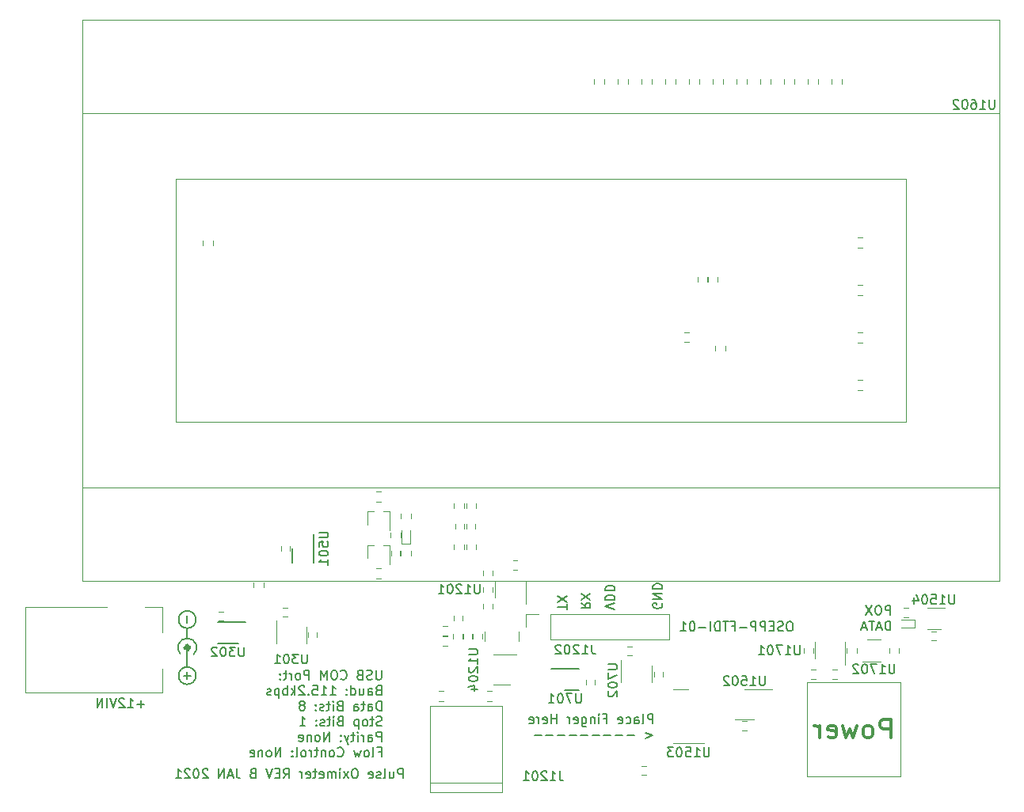
<source format=gbr>
G04 #@! TF.GenerationSoftware,KiCad,Pcbnew,(5.1.8)-1*
G04 #@! TF.CreationDate,2021-01-22T21:00:44-06:00*
G04 #@! TF.ProjectId,Pulse_Oximeter,50756c73-655f-44f7-9869-6d657465722e,rev?*
G04 #@! TF.SameCoordinates,Original*
G04 #@! TF.FileFunction,Legend,Bot*
G04 #@! TF.FilePolarity,Positive*
%FSLAX46Y46*%
G04 Gerber Fmt 4.6, Leading zero omitted, Abs format (unit mm)*
G04 Created by KiCad (PCBNEW (5.1.8)-1) date 2021-01-22 21:00:44*
%MOMM*%
%LPD*%
G01*
G04 APERTURE LIST*
%ADD10C,0.150000*%
%ADD11C,0.300000*%
%ADD12C,0.120000*%
%ADD13C,0.500000*%
G04 APERTURE END LIST*
D10*
X171688880Y-123404380D02*
X171498404Y-123404380D01*
X171403166Y-123452000D01*
X171307928Y-123547238D01*
X171260309Y-123737714D01*
X171260309Y-124071047D01*
X171307928Y-124261523D01*
X171403166Y-124356761D01*
X171498404Y-124404380D01*
X171688880Y-124404380D01*
X171784119Y-124356761D01*
X171879357Y-124261523D01*
X171926976Y-124071047D01*
X171926976Y-123737714D01*
X171879357Y-123547238D01*
X171784119Y-123452000D01*
X171688880Y-123404380D01*
X170879357Y-124356761D02*
X170736500Y-124404380D01*
X170498404Y-124404380D01*
X170403166Y-124356761D01*
X170355547Y-124309142D01*
X170307928Y-124213904D01*
X170307928Y-124118666D01*
X170355547Y-124023428D01*
X170403166Y-123975809D01*
X170498404Y-123928190D01*
X170688880Y-123880571D01*
X170784119Y-123832952D01*
X170831738Y-123785333D01*
X170879357Y-123690095D01*
X170879357Y-123594857D01*
X170831738Y-123499619D01*
X170784119Y-123452000D01*
X170688880Y-123404380D01*
X170450785Y-123404380D01*
X170307928Y-123452000D01*
X169879357Y-123880571D02*
X169546023Y-123880571D01*
X169403166Y-124404380D02*
X169879357Y-124404380D01*
X169879357Y-123404380D01*
X169403166Y-123404380D01*
X168974595Y-124404380D02*
X168974595Y-123404380D01*
X168593642Y-123404380D01*
X168498404Y-123452000D01*
X168450785Y-123499619D01*
X168403166Y-123594857D01*
X168403166Y-123737714D01*
X168450785Y-123832952D01*
X168498404Y-123880571D01*
X168593642Y-123928190D01*
X168974595Y-123928190D01*
X167974595Y-124404380D02*
X167974595Y-123404380D01*
X167593642Y-123404380D01*
X167498404Y-123452000D01*
X167450785Y-123499619D01*
X167403166Y-123594857D01*
X167403166Y-123737714D01*
X167450785Y-123832952D01*
X167498404Y-123880571D01*
X167593642Y-123928190D01*
X167974595Y-123928190D01*
X166974595Y-124023428D02*
X166212690Y-124023428D01*
X165403166Y-123880571D02*
X165736500Y-123880571D01*
X165736500Y-124404380D02*
X165736500Y-123404380D01*
X165260309Y-123404380D01*
X165022214Y-123404380D02*
X164450785Y-123404380D01*
X164736500Y-124404380D02*
X164736500Y-123404380D01*
X164117452Y-124404380D02*
X164117452Y-123404380D01*
X163879357Y-123404380D01*
X163736500Y-123452000D01*
X163641261Y-123547238D01*
X163593642Y-123642476D01*
X163546023Y-123832952D01*
X163546023Y-123975809D01*
X163593642Y-124166285D01*
X163641261Y-124261523D01*
X163736500Y-124356761D01*
X163879357Y-124404380D01*
X164117452Y-124404380D01*
X163117452Y-124404380D02*
X163117452Y-123404380D01*
X162641261Y-124023428D02*
X161879357Y-124023428D01*
X161212690Y-123404380D02*
X161117452Y-123404380D01*
X161022214Y-123452000D01*
X160974595Y-123499619D01*
X160926976Y-123594857D01*
X160879357Y-123785333D01*
X160879357Y-124023428D01*
X160926976Y-124213904D01*
X160974595Y-124309142D01*
X161022214Y-124356761D01*
X161117452Y-124404380D01*
X161212690Y-124404380D01*
X161307928Y-124356761D01*
X161355547Y-124309142D01*
X161403166Y-124213904D01*
X161450785Y-124023428D01*
X161450785Y-123785333D01*
X161403166Y-123594857D01*
X161355547Y-123499619D01*
X161307928Y-123452000D01*
X161212690Y-123404380D01*
X159926976Y-124404380D02*
X160498404Y-124404380D01*
X160212690Y-124404380D02*
X160212690Y-123404380D01*
X160307928Y-123547238D01*
X160403166Y-123642476D01*
X160498404Y-123690095D01*
X157916500Y-121441595D02*
X157964119Y-121536833D01*
X157964119Y-121679690D01*
X157916500Y-121822547D01*
X157821261Y-121917785D01*
X157726023Y-121965404D01*
X157535547Y-122013023D01*
X157392690Y-122013023D01*
X157202214Y-121965404D01*
X157106976Y-121917785D01*
X157011738Y-121822547D01*
X156964119Y-121679690D01*
X156964119Y-121584452D01*
X157011738Y-121441595D01*
X157059357Y-121393976D01*
X157392690Y-121393976D01*
X157392690Y-121584452D01*
X156964119Y-120965404D02*
X157964119Y-120965404D01*
X156964119Y-120393976D01*
X157964119Y-120393976D01*
X156964119Y-119917785D02*
X157964119Y-119917785D01*
X157964119Y-119679690D01*
X157916500Y-119536833D01*
X157821261Y-119441595D01*
X157726023Y-119393976D01*
X157535547Y-119346357D01*
X157392690Y-119346357D01*
X157202214Y-119393976D01*
X157106976Y-119441595D01*
X157011738Y-119536833D01*
X156964119Y-119679690D01*
X156964119Y-119917785D01*
X152884119Y-122108261D02*
X151884119Y-121774928D01*
X152884119Y-121441595D01*
X151884119Y-121108261D02*
X152884119Y-121108261D01*
X152884119Y-120870166D01*
X152836500Y-120727309D01*
X152741261Y-120632071D01*
X152646023Y-120584452D01*
X152455547Y-120536833D01*
X152312690Y-120536833D01*
X152122214Y-120584452D01*
X152026976Y-120632071D01*
X151931738Y-120727309D01*
X151884119Y-120870166D01*
X151884119Y-121108261D01*
X151884119Y-120108261D02*
X152884119Y-120108261D01*
X152884119Y-119870166D01*
X152836500Y-119727309D01*
X152741261Y-119632071D01*
X152646023Y-119584452D01*
X152455547Y-119536833D01*
X152312690Y-119536833D01*
X152122214Y-119584452D01*
X152026976Y-119632071D01*
X151931738Y-119727309D01*
X151884119Y-119870166D01*
X151884119Y-120108261D01*
X149280619Y-121393976D02*
X149756809Y-121727309D01*
X149280619Y-121965404D02*
X150280619Y-121965404D01*
X150280619Y-121584452D01*
X150233000Y-121489214D01*
X150185380Y-121441595D01*
X150090142Y-121393976D01*
X149947285Y-121393976D01*
X149852047Y-121441595D01*
X149804428Y-121489214D01*
X149756809Y-121584452D01*
X149756809Y-121965404D01*
X150280619Y-121060642D02*
X149280619Y-120393976D01*
X150280619Y-120393976D02*
X149280619Y-121060642D01*
X147804119Y-122108261D02*
X147804119Y-121536833D01*
X146804119Y-121822547D02*
X147804119Y-121822547D01*
X147804119Y-121298738D02*
X146804119Y-120632071D01*
X147804119Y-120632071D02*
X146804119Y-121298738D01*
X156953904Y-134310880D02*
X156953904Y-133310880D01*
X156572952Y-133310880D01*
X156477714Y-133358500D01*
X156430095Y-133406119D01*
X156382476Y-133501357D01*
X156382476Y-133644214D01*
X156430095Y-133739452D01*
X156477714Y-133787071D01*
X156572952Y-133834690D01*
X156953904Y-133834690D01*
X155811047Y-134310880D02*
X155906285Y-134263261D01*
X155953904Y-134168023D01*
X155953904Y-133310880D01*
X155001523Y-134310880D02*
X155001523Y-133787071D01*
X155049142Y-133691833D01*
X155144380Y-133644214D01*
X155334857Y-133644214D01*
X155430095Y-133691833D01*
X155001523Y-134263261D02*
X155096761Y-134310880D01*
X155334857Y-134310880D01*
X155430095Y-134263261D01*
X155477714Y-134168023D01*
X155477714Y-134072785D01*
X155430095Y-133977547D01*
X155334857Y-133929928D01*
X155096761Y-133929928D01*
X155001523Y-133882309D01*
X154096761Y-134263261D02*
X154192000Y-134310880D01*
X154382476Y-134310880D01*
X154477714Y-134263261D01*
X154525333Y-134215642D01*
X154572952Y-134120404D01*
X154572952Y-133834690D01*
X154525333Y-133739452D01*
X154477714Y-133691833D01*
X154382476Y-133644214D01*
X154192000Y-133644214D01*
X154096761Y-133691833D01*
X153287238Y-134263261D02*
X153382476Y-134310880D01*
X153572952Y-134310880D01*
X153668190Y-134263261D01*
X153715809Y-134168023D01*
X153715809Y-133787071D01*
X153668190Y-133691833D01*
X153572952Y-133644214D01*
X153382476Y-133644214D01*
X153287238Y-133691833D01*
X153239619Y-133787071D01*
X153239619Y-133882309D01*
X153715809Y-133977547D01*
X151715809Y-133787071D02*
X152049142Y-133787071D01*
X152049142Y-134310880D02*
X152049142Y-133310880D01*
X151572952Y-133310880D01*
X151192000Y-134310880D02*
X151192000Y-133644214D01*
X151192000Y-133310880D02*
X151239619Y-133358500D01*
X151192000Y-133406119D01*
X151144380Y-133358500D01*
X151192000Y-133310880D01*
X151192000Y-133406119D01*
X150715809Y-133644214D02*
X150715809Y-134310880D01*
X150715809Y-133739452D02*
X150668190Y-133691833D01*
X150572952Y-133644214D01*
X150430095Y-133644214D01*
X150334857Y-133691833D01*
X150287238Y-133787071D01*
X150287238Y-134310880D01*
X149382476Y-133644214D02*
X149382476Y-134453738D01*
X149430095Y-134548976D01*
X149477714Y-134596595D01*
X149572952Y-134644214D01*
X149715809Y-134644214D01*
X149811047Y-134596595D01*
X149382476Y-134263261D02*
X149477714Y-134310880D01*
X149668190Y-134310880D01*
X149763428Y-134263261D01*
X149811047Y-134215642D01*
X149858666Y-134120404D01*
X149858666Y-133834690D01*
X149811047Y-133739452D01*
X149763428Y-133691833D01*
X149668190Y-133644214D01*
X149477714Y-133644214D01*
X149382476Y-133691833D01*
X148525333Y-134263261D02*
X148620571Y-134310880D01*
X148811047Y-134310880D01*
X148906285Y-134263261D01*
X148953904Y-134168023D01*
X148953904Y-133787071D01*
X148906285Y-133691833D01*
X148811047Y-133644214D01*
X148620571Y-133644214D01*
X148525333Y-133691833D01*
X148477714Y-133787071D01*
X148477714Y-133882309D01*
X148953904Y-133977547D01*
X148049142Y-134310880D02*
X148049142Y-133644214D01*
X148049142Y-133834690D02*
X148001523Y-133739452D01*
X147953904Y-133691833D01*
X147858666Y-133644214D01*
X147763428Y-133644214D01*
X146668190Y-134310880D02*
X146668190Y-133310880D01*
X146668190Y-133787071D02*
X146096761Y-133787071D01*
X146096761Y-134310880D02*
X146096761Y-133310880D01*
X145239619Y-134263261D02*
X145334857Y-134310880D01*
X145525333Y-134310880D01*
X145620571Y-134263261D01*
X145668190Y-134168023D01*
X145668190Y-133787071D01*
X145620571Y-133691833D01*
X145525333Y-133644214D01*
X145334857Y-133644214D01*
X145239619Y-133691833D01*
X145192000Y-133787071D01*
X145192000Y-133882309D01*
X145668190Y-133977547D01*
X144763428Y-134310880D02*
X144763428Y-133644214D01*
X144763428Y-133834690D02*
X144715809Y-133739452D01*
X144668190Y-133691833D01*
X144572952Y-133644214D01*
X144477714Y-133644214D01*
X143763428Y-134263261D02*
X143858666Y-134310880D01*
X144049142Y-134310880D01*
X144144380Y-134263261D01*
X144192000Y-134168023D01*
X144192000Y-133787071D01*
X144144380Y-133691833D01*
X144049142Y-133644214D01*
X143858666Y-133644214D01*
X143763428Y-133691833D01*
X143715809Y-133787071D01*
X143715809Y-133882309D01*
X144192000Y-133977547D01*
X156192000Y-135294214D02*
X156953904Y-135579928D01*
X156192000Y-135865642D01*
X154953904Y-135579928D02*
X154192000Y-135579928D01*
X153715809Y-135579928D02*
X152953904Y-135579928D01*
X152477714Y-135579928D02*
X151715809Y-135579928D01*
X151239619Y-135579928D02*
X150477714Y-135579928D01*
X150001523Y-135579928D02*
X149239619Y-135579928D01*
X148763428Y-135579928D02*
X148001523Y-135579928D01*
X147525333Y-135579928D02*
X146763428Y-135579928D01*
X146287238Y-135579928D02*
X145525333Y-135579928D01*
X145049142Y-135579928D02*
X144287238Y-135579928D01*
X182353904Y-122690380D02*
X182353904Y-121690380D01*
X181972952Y-121690380D01*
X181877714Y-121738000D01*
X181830095Y-121785619D01*
X181782476Y-121880857D01*
X181782476Y-122023714D01*
X181830095Y-122118952D01*
X181877714Y-122166571D01*
X181972952Y-122214190D01*
X182353904Y-122214190D01*
X181163428Y-121690380D02*
X180972952Y-121690380D01*
X180877714Y-121738000D01*
X180782476Y-121833238D01*
X180734857Y-122023714D01*
X180734857Y-122357047D01*
X180782476Y-122547523D01*
X180877714Y-122642761D01*
X180972952Y-122690380D01*
X181163428Y-122690380D01*
X181258666Y-122642761D01*
X181353904Y-122547523D01*
X181401523Y-122357047D01*
X181401523Y-122023714D01*
X181353904Y-121833238D01*
X181258666Y-121738000D01*
X181163428Y-121690380D01*
X180401523Y-121690380D02*
X179734857Y-122690380D01*
X179734857Y-121690380D02*
X180401523Y-122690380D01*
X182353904Y-124340380D02*
X182353904Y-123340380D01*
X182115809Y-123340380D01*
X181972952Y-123388000D01*
X181877714Y-123483238D01*
X181830095Y-123578476D01*
X181782476Y-123768952D01*
X181782476Y-123911809D01*
X181830095Y-124102285D01*
X181877714Y-124197523D01*
X181972952Y-124292761D01*
X182115809Y-124340380D01*
X182353904Y-124340380D01*
X181401523Y-124054666D02*
X180925333Y-124054666D01*
X181496761Y-124340380D02*
X181163428Y-123340380D01*
X180830095Y-124340380D01*
X180639619Y-123340380D02*
X180068190Y-123340380D01*
X180353904Y-124340380D02*
X180353904Y-123340380D01*
X179782476Y-124054666D02*
X179306285Y-124054666D01*
X179877714Y-124340380D02*
X179544380Y-123340380D01*
X179211047Y-124340380D01*
X127934404Y-128613880D02*
X127934404Y-129423404D01*
X127886785Y-129518642D01*
X127839166Y-129566261D01*
X127743928Y-129613880D01*
X127553452Y-129613880D01*
X127458214Y-129566261D01*
X127410595Y-129518642D01*
X127362976Y-129423404D01*
X127362976Y-128613880D01*
X126934404Y-129566261D02*
X126791547Y-129613880D01*
X126553452Y-129613880D01*
X126458214Y-129566261D01*
X126410595Y-129518642D01*
X126362976Y-129423404D01*
X126362976Y-129328166D01*
X126410595Y-129232928D01*
X126458214Y-129185309D01*
X126553452Y-129137690D01*
X126743928Y-129090071D01*
X126839166Y-129042452D01*
X126886785Y-128994833D01*
X126934404Y-128899595D01*
X126934404Y-128804357D01*
X126886785Y-128709119D01*
X126839166Y-128661500D01*
X126743928Y-128613880D01*
X126505833Y-128613880D01*
X126362976Y-128661500D01*
X125601071Y-129090071D02*
X125458214Y-129137690D01*
X125410595Y-129185309D01*
X125362976Y-129280547D01*
X125362976Y-129423404D01*
X125410595Y-129518642D01*
X125458214Y-129566261D01*
X125553452Y-129613880D01*
X125934404Y-129613880D01*
X125934404Y-128613880D01*
X125601071Y-128613880D01*
X125505833Y-128661500D01*
X125458214Y-128709119D01*
X125410595Y-128804357D01*
X125410595Y-128899595D01*
X125458214Y-128994833D01*
X125505833Y-129042452D01*
X125601071Y-129090071D01*
X125934404Y-129090071D01*
X123601071Y-129518642D02*
X123648690Y-129566261D01*
X123791547Y-129613880D01*
X123886785Y-129613880D01*
X124029642Y-129566261D01*
X124124880Y-129471023D01*
X124172500Y-129375785D01*
X124220119Y-129185309D01*
X124220119Y-129042452D01*
X124172500Y-128851976D01*
X124124880Y-128756738D01*
X124029642Y-128661500D01*
X123886785Y-128613880D01*
X123791547Y-128613880D01*
X123648690Y-128661500D01*
X123601071Y-128709119D01*
X122982023Y-128613880D02*
X122791547Y-128613880D01*
X122696309Y-128661500D01*
X122601071Y-128756738D01*
X122553452Y-128947214D01*
X122553452Y-129280547D01*
X122601071Y-129471023D01*
X122696309Y-129566261D01*
X122791547Y-129613880D01*
X122982023Y-129613880D01*
X123077261Y-129566261D01*
X123172500Y-129471023D01*
X123220119Y-129280547D01*
X123220119Y-128947214D01*
X123172500Y-128756738D01*
X123077261Y-128661500D01*
X122982023Y-128613880D01*
X122124880Y-129613880D02*
X122124880Y-128613880D01*
X121791547Y-129328166D01*
X121458214Y-128613880D01*
X121458214Y-129613880D01*
X120220119Y-129613880D02*
X120220119Y-128613880D01*
X119839166Y-128613880D01*
X119743928Y-128661500D01*
X119696309Y-128709119D01*
X119648690Y-128804357D01*
X119648690Y-128947214D01*
X119696309Y-129042452D01*
X119743928Y-129090071D01*
X119839166Y-129137690D01*
X120220119Y-129137690D01*
X119077261Y-129613880D02*
X119172500Y-129566261D01*
X119220119Y-129518642D01*
X119267738Y-129423404D01*
X119267738Y-129137690D01*
X119220119Y-129042452D01*
X119172500Y-128994833D01*
X119077261Y-128947214D01*
X118934404Y-128947214D01*
X118839166Y-128994833D01*
X118791547Y-129042452D01*
X118743928Y-129137690D01*
X118743928Y-129423404D01*
X118791547Y-129518642D01*
X118839166Y-129566261D01*
X118934404Y-129613880D01*
X119077261Y-129613880D01*
X118315357Y-129613880D02*
X118315357Y-128947214D01*
X118315357Y-129137690D02*
X118267738Y-129042452D01*
X118220119Y-128994833D01*
X118124880Y-128947214D01*
X118029642Y-128947214D01*
X117839166Y-128947214D02*
X117458214Y-128947214D01*
X117696309Y-128613880D02*
X117696309Y-129471023D01*
X117648690Y-129566261D01*
X117553452Y-129613880D01*
X117458214Y-129613880D01*
X117124880Y-129518642D02*
X117077261Y-129566261D01*
X117124880Y-129613880D01*
X117172500Y-129566261D01*
X117124880Y-129518642D01*
X117124880Y-129613880D01*
X117124880Y-128994833D02*
X117077261Y-129042452D01*
X117124880Y-129090071D01*
X117172500Y-129042452D01*
X117124880Y-128994833D01*
X117124880Y-129090071D01*
X127601071Y-130740071D02*
X127458214Y-130787690D01*
X127410595Y-130835309D01*
X127362976Y-130930547D01*
X127362976Y-131073404D01*
X127410595Y-131168642D01*
X127458214Y-131216261D01*
X127553452Y-131263880D01*
X127934404Y-131263880D01*
X127934404Y-130263880D01*
X127601071Y-130263880D01*
X127505833Y-130311500D01*
X127458214Y-130359119D01*
X127410595Y-130454357D01*
X127410595Y-130549595D01*
X127458214Y-130644833D01*
X127505833Y-130692452D01*
X127601071Y-130740071D01*
X127934404Y-130740071D01*
X126505833Y-131263880D02*
X126505833Y-130740071D01*
X126553452Y-130644833D01*
X126648690Y-130597214D01*
X126839166Y-130597214D01*
X126934404Y-130644833D01*
X126505833Y-131216261D02*
X126601071Y-131263880D01*
X126839166Y-131263880D01*
X126934404Y-131216261D01*
X126982023Y-131121023D01*
X126982023Y-131025785D01*
X126934404Y-130930547D01*
X126839166Y-130882928D01*
X126601071Y-130882928D01*
X126505833Y-130835309D01*
X125601071Y-130597214D02*
X125601071Y-131263880D01*
X126029642Y-130597214D02*
X126029642Y-131121023D01*
X125982023Y-131216261D01*
X125886785Y-131263880D01*
X125743928Y-131263880D01*
X125648690Y-131216261D01*
X125601071Y-131168642D01*
X124696309Y-131263880D02*
X124696309Y-130263880D01*
X124696309Y-131216261D02*
X124791547Y-131263880D01*
X124982023Y-131263880D01*
X125077261Y-131216261D01*
X125124880Y-131168642D01*
X125172500Y-131073404D01*
X125172500Y-130787690D01*
X125124880Y-130692452D01*
X125077261Y-130644833D01*
X124982023Y-130597214D01*
X124791547Y-130597214D01*
X124696309Y-130644833D01*
X124220119Y-131168642D02*
X124172500Y-131216261D01*
X124220119Y-131263880D01*
X124267738Y-131216261D01*
X124220119Y-131168642D01*
X124220119Y-131263880D01*
X124220119Y-130644833D02*
X124172500Y-130692452D01*
X124220119Y-130740071D01*
X124267738Y-130692452D01*
X124220119Y-130644833D01*
X124220119Y-130740071D01*
X122458214Y-131263880D02*
X123029642Y-131263880D01*
X122743928Y-131263880D02*
X122743928Y-130263880D01*
X122839166Y-130406738D01*
X122934404Y-130501976D01*
X123029642Y-130549595D01*
X121505833Y-131263880D02*
X122077261Y-131263880D01*
X121791547Y-131263880D02*
X121791547Y-130263880D01*
X121886785Y-130406738D01*
X121982023Y-130501976D01*
X122077261Y-130549595D01*
X120601071Y-130263880D02*
X121077261Y-130263880D01*
X121124880Y-130740071D01*
X121077261Y-130692452D01*
X120982023Y-130644833D01*
X120743928Y-130644833D01*
X120648690Y-130692452D01*
X120601071Y-130740071D01*
X120553452Y-130835309D01*
X120553452Y-131073404D01*
X120601071Y-131168642D01*
X120648690Y-131216261D01*
X120743928Y-131263880D01*
X120982023Y-131263880D01*
X121077261Y-131216261D01*
X121124880Y-131168642D01*
X120124880Y-131168642D02*
X120077261Y-131216261D01*
X120124880Y-131263880D01*
X120172500Y-131216261D01*
X120124880Y-131168642D01*
X120124880Y-131263880D01*
X119696309Y-130359119D02*
X119648690Y-130311500D01*
X119553452Y-130263880D01*
X119315357Y-130263880D01*
X119220119Y-130311500D01*
X119172500Y-130359119D01*
X119124880Y-130454357D01*
X119124880Y-130549595D01*
X119172500Y-130692452D01*
X119743928Y-131263880D01*
X119124880Y-131263880D01*
X118696309Y-131263880D02*
X118696309Y-130263880D01*
X118601071Y-130882928D02*
X118315357Y-131263880D01*
X118315357Y-130597214D02*
X118696309Y-130978166D01*
X117886785Y-131263880D02*
X117886785Y-130263880D01*
X117886785Y-130644833D02*
X117791547Y-130597214D01*
X117601071Y-130597214D01*
X117505833Y-130644833D01*
X117458214Y-130692452D01*
X117410595Y-130787690D01*
X117410595Y-131073404D01*
X117458214Y-131168642D01*
X117505833Y-131216261D01*
X117601071Y-131263880D01*
X117791547Y-131263880D01*
X117886785Y-131216261D01*
X116982023Y-130597214D02*
X116982023Y-131597214D01*
X116982023Y-130644833D02*
X116886785Y-130597214D01*
X116696309Y-130597214D01*
X116601071Y-130644833D01*
X116553452Y-130692452D01*
X116505833Y-130787690D01*
X116505833Y-131073404D01*
X116553452Y-131168642D01*
X116601071Y-131216261D01*
X116696309Y-131263880D01*
X116886785Y-131263880D01*
X116982023Y-131216261D01*
X116124880Y-131216261D02*
X116029642Y-131263880D01*
X115839166Y-131263880D01*
X115743928Y-131216261D01*
X115696309Y-131121023D01*
X115696309Y-131073404D01*
X115743928Y-130978166D01*
X115839166Y-130930547D01*
X115982023Y-130930547D01*
X116077261Y-130882928D01*
X116124880Y-130787690D01*
X116124880Y-130740071D01*
X116077261Y-130644833D01*
X115982023Y-130597214D01*
X115839166Y-130597214D01*
X115743928Y-130644833D01*
X127934404Y-132913880D02*
X127934404Y-131913880D01*
X127696309Y-131913880D01*
X127553452Y-131961500D01*
X127458214Y-132056738D01*
X127410595Y-132151976D01*
X127362976Y-132342452D01*
X127362976Y-132485309D01*
X127410595Y-132675785D01*
X127458214Y-132771023D01*
X127553452Y-132866261D01*
X127696309Y-132913880D01*
X127934404Y-132913880D01*
X126505833Y-132913880D02*
X126505833Y-132390071D01*
X126553452Y-132294833D01*
X126648690Y-132247214D01*
X126839166Y-132247214D01*
X126934404Y-132294833D01*
X126505833Y-132866261D02*
X126601071Y-132913880D01*
X126839166Y-132913880D01*
X126934404Y-132866261D01*
X126982023Y-132771023D01*
X126982023Y-132675785D01*
X126934404Y-132580547D01*
X126839166Y-132532928D01*
X126601071Y-132532928D01*
X126505833Y-132485309D01*
X126172500Y-132247214D02*
X125791547Y-132247214D01*
X126029642Y-131913880D02*
X126029642Y-132771023D01*
X125982023Y-132866261D01*
X125886785Y-132913880D01*
X125791547Y-132913880D01*
X125029642Y-132913880D02*
X125029642Y-132390071D01*
X125077261Y-132294833D01*
X125172500Y-132247214D01*
X125362976Y-132247214D01*
X125458214Y-132294833D01*
X125029642Y-132866261D02*
X125124880Y-132913880D01*
X125362976Y-132913880D01*
X125458214Y-132866261D01*
X125505833Y-132771023D01*
X125505833Y-132675785D01*
X125458214Y-132580547D01*
X125362976Y-132532928D01*
X125124880Y-132532928D01*
X125029642Y-132485309D01*
X123458214Y-132390071D02*
X123315357Y-132437690D01*
X123267738Y-132485309D01*
X123220119Y-132580547D01*
X123220119Y-132723404D01*
X123267738Y-132818642D01*
X123315357Y-132866261D01*
X123410595Y-132913880D01*
X123791547Y-132913880D01*
X123791547Y-131913880D01*
X123458214Y-131913880D01*
X123362976Y-131961500D01*
X123315357Y-132009119D01*
X123267738Y-132104357D01*
X123267738Y-132199595D01*
X123315357Y-132294833D01*
X123362976Y-132342452D01*
X123458214Y-132390071D01*
X123791547Y-132390071D01*
X122791547Y-132913880D02*
X122791547Y-132247214D01*
X122791547Y-131913880D02*
X122839166Y-131961500D01*
X122791547Y-132009119D01*
X122743928Y-131961500D01*
X122791547Y-131913880D01*
X122791547Y-132009119D01*
X122458214Y-132247214D02*
X122077261Y-132247214D01*
X122315357Y-131913880D02*
X122315357Y-132771023D01*
X122267738Y-132866261D01*
X122172500Y-132913880D01*
X122077261Y-132913880D01*
X121791547Y-132866261D02*
X121696309Y-132913880D01*
X121505833Y-132913880D01*
X121410595Y-132866261D01*
X121362976Y-132771023D01*
X121362976Y-132723404D01*
X121410595Y-132628166D01*
X121505833Y-132580547D01*
X121648690Y-132580547D01*
X121743928Y-132532928D01*
X121791547Y-132437690D01*
X121791547Y-132390071D01*
X121743928Y-132294833D01*
X121648690Y-132247214D01*
X121505833Y-132247214D01*
X121410595Y-132294833D01*
X120934404Y-132818642D02*
X120886785Y-132866261D01*
X120934404Y-132913880D01*
X120982023Y-132866261D01*
X120934404Y-132818642D01*
X120934404Y-132913880D01*
X120934404Y-132294833D02*
X120886785Y-132342452D01*
X120934404Y-132390071D01*
X120982023Y-132342452D01*
X120934404Y-132294833D01*
X120934404Y-132390071D01*
X119553452Y-132342452D02*
X119648690Y-132294833D01*
X119696309Y-132247214D01*
X119743928Y-132151976D01*
X119743928Y-132104357D01*
X119696309Y-132009119D01*
X119648690Y-131961500D01*
X119553452Y-131913880D01*
X119362976Y-131913880D01*
X119267738Y-131961500D01*
X119220119Y-132009119D01*
X119172500Y-132104357D01*
X119172500Y-132151976D01*
X119220119Y-132247214D01*
X119267738Y-132294833D01*
X119362976Y-132342452D01*
X119553452Y-132342452D01*
X119648690Y-132390071D01*
X119696309Y-132437690D01*
X119743928Y-132532928D01*
X119743928Y-132723404D01*
X119696309Y-132818642D01*
X119648690Y-132866261D01*
X119553452Y-132913880D01*
X119362976Y-132913880D01*
X119267738Y-132866261D01*
X119220119Y-132818642D01*
X119172500Y-132723404D01*
X119172500Y-132532928D01*
X119220119Y-132437690D01*
X119267738Y-132390071D01*
X119362976Y-132342452D01*
X127982023Y-134516261D02*
X127839166Y-134563880D01*
X127601071Y-134563880D01*
X127505833Y-134516261D01*
X127458214Y-134468642D01*
X127410595Y-134373404D01*
X127410595Y-134278166D01*
X127458214Y-134182928D01*
X127505833Y-134135309D01*
X127601071Y-134087690D01*
X127791547Y-134040071D01*
X127886785Y-133992452D01*
X127934404Y-133944833D01*
X127982023Y-133849595D01*
X127982023Y-133754357D01*
X127934404Y-133659119D01*
X127886785Y-133611500D01*
X127791547Y-133563880D01*
X127553452Y-133563880D01*
X127410595Y-133611500D01*
X127124880Y-133897214D02*
X126743928Y-133897214D01*
X126982023Y-133563880D02*
X126982023Y-134421023D01*
X126934404Y-134516261D01*
X126839166Y-134563880D01*
X126743928Y-134563880D01*
X126267738Y-134563880D02*
X126362976Y-134516261D01*
X126410595Y-134468642D01*
X126458214Y-134373404D01*
X126458214Y-134087690D01*
X126410595Y-133992452D01*
X126362976Y-133944833D01*
X126267738Y-133897214D01*
X126124880Y-133897214D01*
X126029642Y-133944833D01*
X125982023Y-133992452D01*
X125934404Y-134087690D01*
X125934404Y-134373404D01*
X125982023Y-134468642D01*
X126029642Y-134516261D01*
X126124880Y-134563880D01*
X126267738Y-134563880D01*
X125505833Y-133897214D02*
X125505833Y-134897214D01*
X125505833Y-133944833D02*
X125410595Y-133897214D01*
X125220119Y-133897214D01*
X125124880Y-133944833D01*
X125077261Y-133992452D01*
X125029642Y-134087690D01*
X125029642Y-134373404D01*
X125077261Y-134468642D01*
X125124880Y-134516261D01*
X125220119Y-134563880D01*
X125410595Y-134563880D01*
X125505833Y-134516261D01*
X123505833Y-134040071D02*
X123362976Y-134087690D01*
X123315357Y-134135309D01*
X123267738Y-134230547D01*
X123267738Y-134373404D01*
X123315357Y-134468642D01*
X123362976Y-134516261D01*
X123458214Y-134563880D01*
X123839166Y-134563880D01*
X123839166Y-133563880D01*
X123505833Y-133563880D01*
X123410595Y-133611500D01*
X123362976Y-133659119D01*
X123315357Y-133754357D01*
X123315357Y-133849595D01*
X123362976Y-133944833D01*
X123410595Y-133992452D01*
X123505833Y-134040071D01*
X123839166Y-134040071D01*
X122839166Y-134563880D02*
X122839166Y-133897214D01*
X122839166Y-133563880D02*
X122886785Y-133611500D01*
X122839166Y-133659119D01*
X122791547Y-133611500D01*
X122839166Y-133563880D01*
X122839166Y-133659119D01*
X122505833Y-133897214D02*
X122124880Y-133897214D01*
X122362976Y-133563880D02*
X122362976Y-134421023D01*
X122315357Y-134516261D01*
X122220119Y-134563880D01*
X122124880Y-134563880D01*
X121839166Y-134516261D02*
X121743928Y-134563880D01*
X121553452Y-134563880D01*
X121458214Y-134516261D01*
X121410595Y-134421023D01*
X121410595Y-134373404D01*
X121458214Y-134278166D01*
X121553452Y-134230547D01*
X121696309Y-134230547D01*
X121791547Y-134182928D01*
X121839166Y-134087690D01*
X121839166Y-134040071D01*
X121791547Y-133944833D01*
X121696309Y-133897214D01*
X121553452Y-133897214D01*
X121458214Y-133944833D01*
X120982023Y-134468642D02*
X120934404Y-134516261D01*
X120982023Y-134563880D01*
X121029642Y-134516261D01*
X120982023Y-134468642D01*
X120982023Y-134563880D01*
X120982023Y-133944833D02*
X120934404Y-133992452D01*
X120982023Y-134040071D01*
X121029642Y-133992452D01*
X120982023Y-133944833D01*
X120982023Y-134040071D01*
X119220119Y-134563880D02*
X119791547Y-134563880D01*
X119505833Y-134563880D02*
X119505833Y-133563880D01*
X119601071Y-133706738D01*
X119696309Y-133801976D01*
X119791547Y-133849595D01*
X127934404Y-136213880D02*
X127934404Y-135213880D01*
X127553452Y-135213880D01*
X127458214Y-135261500D01*
X127410595Y-135309119D01*
X127362976Y-135404357D01*
X127362976Y-135547214D01*
X127410595Y-135642452D01*
X127458214Y-135690071D01*
X127553452Y-135737690D01*
X127934404Y-135737690D01*
X126505833Y-136213880D02*
X126505833Y-135690071D01*
X126553452Y-135594833D01*
X126648690Y-135547214D01*
X126839166Y-135547214D01*
X126934404Y-135594833D01*
X126505833Y-136166261D02*
X126601071Y-136213880D01*
X126839166Y-136213880D01*
X126934404Y-136166261D01*
X126982023Y-136071023D01*
X126982023Y-135975785D01*
X126934404Y-135880547D01*
X126839166Y-135832928D01*
X126601071Y-135832928D01*
X126505833Y-135785309D01*
X126029642Y-136213880D02*
X126029642Y-135547214D01*
X126029642Y-135737690D02*
X125982023Y-135642452D01*
X125934404Y-135594833D01*
X125839166Y-135547214D01*
X125743928Y-135547214D01*
X125410595Y-136213880D02*
X125410595Y-135547214D01*
X125410595Y-135213880D02*
X125458214Y-135261500D01*
X125410595Y-135309119D01*
X125362976Y-135261500D01*
X125410595Y-135213880D01*
X125410595Y-135309119D01*
X125077261Y-135547214D02*
X124696309Y-135547214D01*
X124934404Y-135213880D02*
X124934404Y-136071023D01*
X124886785Y-136166261D01*
X124791547Y-136213880D01*
X124696309Y-136213880D01*
X124458214Y-135547214D02*
X124220119Y-136213880D01*
X123982023Y-135547214D02*
X124220119Y-136213880D01*
X124315357Y-136451976D01*
X124362976Y-136499595D01*
X124458214Y-136547214D01*
X123601071Y-136118642D02*
X123553452Y-136166261D01*
X123601071Y-136213880D01*
X123648690Y-136166261D01*
X123601071Y-136118642D01*
X123601071Y-136213880D01*
X123601071Y-135594833D02*
X123553452Y-135642452D01*
X123601071Y-135690071D01*
X123648690Y-135642452D01*
X123601071Y-135594833D01*
X123601071Y-135690071D01*
X122362976Y-136213880D02*
X122362976Y-135213880D01*
X121791547Y-136213880D01*
X121791547Y-135213880D01*
X121172500Y-136213880D02*
X121267738Y-136166261D01*
X121315357Y-136118642D01*
X121362976Y-136023404D01*
X121362976Y-135737690D01*
X121315357Y-135642452D01*
X121267738Y-135594833D01*
X121172500Y-135547214D01*
X121029642Y-135547214D01*
X120934404Y-135594833D01*
X120886785Y-135642452D01*
X120839166Y-135737690D01*
X120839166Y-136023404D01*
X120886785Y-136118642D01*
X120934404Y-136166261D01*
X121029642Y-136213880D01*
X121172500Y-136213880D01*
X120410595Y-135547214D02*
X120410595Y-136213880D01*
X120410595Y-135642452D02*
X120362976Y-135594833D01*
X120267738Y-135547214D01*
X120124880Y-135547214D01*
X120029642Y-135594833D01*
X119982023Y-135690071D01*
X119982023Y-136213880D01*
X119124880Y-136166261D02*
X119220119Y-136213880D01*
X119410595Y-136213880D01*
X119505833Y-136166261D01*
X119553452Y-136071023D01*
X119553452Y-135690071D01*
X119505833Y-135594833D01*
X119410595Y-135547214D01*
X119220119Y-135547214D01*
X119124880Y-135594833D01*
X119077261Y-135690071D01*
X119077261Y-135785309D01*
X119553452Y-135880547D01*
X127601071Y-137340071D02*
X127934404Y-137340071D01*
X127934404Y-137863880D02*
X127934404Y-136863880D01*
X127458214Y-136863880D01*
X126934404Y-137863880D02*
X127029642Y-137816261D01*
X127077261Y-137721023D01*
X127077261Y-136863880D01*
X126410595Y-137863880D02*
X126505833Y-137816261D01*
X126553452Y-137768642D01*
X126601071Y-137673404D01*
X126601071Y-137387690D01*
X126553452Y-137292452D01*
X126505833Y-137244833D01*
X126410595Y-137197214D01*
X126267738Y-137197214D01*
X126172500Y-137244833D01*
X126124880Y-137292452D01*
X126077261Y-137387690D01*
X126077261Y-137673404D01*
X126124880Y-137768642D01*
X126172500Y-137816261D01*
X126267738Y-137863880D01*
X126410595Y-137863880D01*
X125743928Y-137197214D02*
X125553452Y-137863880D01*
X125362976Y-137387690D01*
X125172500Y-137863880D01*
X124982023Y-137197214D01*
X123267738Y-137768642D02*
X123315357Y-137816261D01*
X123458214Y-137863880D01*
X123553452Y-137863880D01*
X123696309Y-137816261D01*
X123791547Y-137721023D01*
X123839166Y-137625785D01*
X123886785Y-137435309D01*
X123886785Y-137292452D01*
X123839166Y-137101976D01*
X123791547Y-137006738D01*
X123696309Y-136911500D01*
X123553452Y-136863880D01*
X123458214Y-136863880D01*
X123315357Y-136911500D01*
X123267738Y-136959119D01*
X122696309Y-137863880D02*
X122791547Y-137816261D01*
X122839166Y-137768642D01*
X122886785Y-137673404D01*
X122886785Y-137387690D01*
X122839166Y-137292452D01*
X122791547Y-137244833D01*
X122696309Y-137197214D01*
X122553452Y-137197214D01*
X122458214Y-137244833D01*
X122410595Y-137292452D01*
X122362976Y-137387690D01*
X122362976Y-137673404D01*
X122410595Y-137768642D01*
X122458214Y-137816261D01*
X122553452Y-137863880D01*
X122696309Y-137863880D01*
X121934404Y-137197214D02*
X121934404Y-137863880D01*
X121934404Y-137292452D02*
X121886785Y-137244833D01*
X121791547Y-137197214D01*
X121648690Y-137197214D01*
X121553452Y-137244833D01*
X121505833Y-137340071D01*
X121505833Y-137863880D01*
X121172500Y-137197214D02*
X120791547Y-137197214D01*
X121029642Y-136863880D02*
X121029642Y-137721023D01*
X120982023Y-137816261D01*
X120886785Y-137863880D01*
X120791547Y-137863880D01*
X120458214Y-137863880D02*
X120458214Y-137197214D01*
X120458214Y-137387690D02*
X120410595Y-137292452D01*
X120362976Y-137244833D01*
X120267738Y-137197214D01*
X120172500Y-137197214D01*
X119696309Y-137863880D02*
X119791547Y-137816261D01*
X119839166Y-137768642D01*
X119886785Y-137673404D01*
X119886785Y-137387690D01*
X119839166Y-137292452D01*
X119791547Y-137244833D01*
X119696309Y-137197214D01*
X119553452Y-137197214D01*
X119458214Y-137244833D01*
X119410595Y-137292452D01*
X119362976Y-137387690D01*
X119362976Y-137673404D01*
X119410595Y-137768642D01*
X119458214Y-137816261D01*
X119553452Y-137863880D01*
X119696309Y-137863880D01*
X118791547Y-137863880D02*
X118886785Y-137816261D01*
X118934404Y-137721023D01*
X118934404Y-136863880D01*
X118410595Y-137768642D02*
X118362976Y-137816261D01*
X118410595Y-137863880D01*
X118458214Y-137816261D01*
X118410595Y-137768642D01*
X118410595Y-137863880D01*
X118410595Y-137244833D02*
X118362976Y-137292452D01*
X118410595Y-137340071D01*
X118458214Y-137292452D01*
X118410595Y-137244833D01*
X118410595Y-137340071D01*
X117172500Y-137863880D02*
X117172500Y-136863880D01*
X116601071Y-137863880D01*
X116601071Y-136863880D01*
X115982023Y-137863880D02*
X116077261Y-137816261D01*
X116124880Y-137768642D01*
X116172500Y-137673404D01*
X116172500Y-137387690D01*
X116124880Y-137292452D01*
X116077261Y-137244833D01*
X115982023Y-137197214D01*
X115839166Y-137197214D01*
X115743928Y-137244833D01*
X115696309Y-137292452D01*
X115648690Y-137387690D01*
X115648690Y-137673404D01*
X115696309Y-137768642D01*
X115743928Y-137816261D01*
X115839166Y-137863880D01*
X115982023Y-137863880D01*
X115220119Y-137197214D02*
X115220119Y-137863880D01*
X115220119Y-137292452D02*
X115172500Y-137244833D01*
X115077261Y-137197214D01*
X114934404Y-137197214D01*
X114839166Y-137244833D01*
X114791547Y-137340071D01*
X114791547Y-137863880D01*
X113934404Y-137816261D02*
X114029642Y-137863880D01*
X114220119Y-137863880D01*
X114315357Y-137816261D01*
X114362976Y-137721023D01*
X114362976Y-137340071D01*
X114315357Y-137244833D01*
X114220119Y-137197214D01*
X114029642Y-137197214D01*
X113934404Y-137244833D01*
X113886785Y-137340071D01*
X113886785Y-137435309D01*
X114362976Y-137530547D01*
X130229047Y-140152380D02*
X130229047Y-139152380D01*
X129848095Y-139152380D01*
X129752857Y-139200000D01*
X129705238Y-139247619D01*
X129657619Y-139342857D01*
X129657619Y-139485714D01*
X129705238Y-139580952D01*
X129752857Y-139628571D01*
X129848095Y-139676190D01*
X130229047Y-139676190D01*
X128800476Y-139485714D02*
X128800476Y-140152380D01*
X129229047Y-139485714D02*
X129229047Y-140009523D01*
X129181428Y-140104761D01*
X129086190Y-140152380D01*
X128943333Y-140152380D01*
X128848095Y-140104761D01*
X128800476Y-140057142D01*
X128181428Y-140152380D02*
X128276666Y-140104761D01*
X128324285Y-140009523D01*
X128324285Y-139152380D01*
X127848095Y-140104761D02*
X127752857Y-140152380D01*
X127562380Y-140152380D01*
X127467142Y-140104761D01*
X127419523Y-140009523D01*
X127419523Y-139961904D01*
X127467142Y-139866666D01*
X127562380Y-139819047D01*
X127705238Y-139819047D01*
X127800476Y-139771428D01*
X127848095Y-139676190D01*
X127848095Y-139628571D01*
X127800476Y-139533333D01*
X127705238Y-139485714D01*
X127562380Y-139485714D01*
X127467142Y-139533333D01*
X126610000Y-140104761D02*
X126705238Y-140152380D01*
X126895714Y-140152380D01*
X126990952Y-140104761D01*
X127038571Y-140009523D01*
X127038571Y-139628571D01*
X126990952Y-139533333D01*
X126895714Y-139485714D01*
X126705238Y-139485714D01*
X126610000Y-139533333D01*
X126562380Y-139628571D01*
X126562380Y-139723809D01*
X127038571Y-139819047D01*
X125181428Y-139152380D02*
X124990952Y-139152380D01*
X124895714Y-139200000D01*
X124800476Y-139295238D01*
X124752857Y-139485714D01*
X124752857Y-139819047D01*
X124800476Y-140009523D01*
X124895714Y-140104761D01*
X124990952Y-140152380D01*
X125181428Y-140152380D01*
X125276666Y-140104761D01*
X125371904Y-140009523D01*
X125419523Y-139819047D01*
X125419523Y-139485714D01*
X125371904Y-139295238D01*
X125276666Y-139200000D01*
X125181428Y-139152380D01*
X124419523Y-140152380D02*
X123895714Y-139485714D01*
X124419523Y-139485714D02*
X123895714Y-140152380D01*
X123514761Y-140152380D02*
X123514761Y-139485714D01*
X123514761Y-139152380D02*
X123562380Y-139200000D01*
X123514761Y-139247619D01*
X123467142Y-139200000D01*
X123514761Y-139152380D01*
X123514761Y-139247619D01*
X123038571Y-140152380D02*
X123038571Y-139485714D01*
X123038571Y-139580952D02*
X122990952Y-139533333D01*
X122895714Y-139485714D01*
X122752857Y-139485714D01*
X122657619Y-139533333D01*
X122610000Y-139628571D01*
X122610000Y-140152380D01*
X122610000Y-139628571D02*
X122562380Y-139533333D01*
X122467142Y-139485714D01*
X122324285Y-139485714D01*
X122229047Y-139533333D01*
X122181428Y-139628571D01*
X122181428Y-140152380D01*
X121324285Y-140104761D02*
X121419523Y-140152380D01*
X121610000Y-140152380D01*
X121705238Y-140104761D01*
X121752857Y-140009523D01*
X121752857Y-139628571D01*
X121705238Y-139533333D01*
X121610000Y-139485714D01*
X121419523Y-139485714D01*
X121324285Y-139533333D01*
X121276666Y-139628571D01*
X121276666Y-139723809D01*
X121752857Y-139819047D01*
X120990952Y-139485714D02*
X120610000Y-139485714D01*
X120848095Y-139152380D02*
X120848095Y-140009523D01*
X120800476Y-140104761D01*
X120705238Y-140152380D01*
X120610000Y-140152380D01*
X119895714Y-140104761D02*
X119990952Y-140152380D01*
X120181428Y-140152380D01*
X120276666Y-140104761D01*
X120324285Y-140009523D01*
X120324285Y-139628571D01*
X120276666Y-139533333D01*
X120181428Y-139485714D01*
X119990952Y-139485714D01*
X119895714Y-139533333D01*
X119848095Y-139628571D01*
X119848095Y-139723809D01*
X120324285Y-139819047D01*
X119419523Y-140152380D02*
X119419523Y-139485714D01*
X119419523Y-139676190D02*
X119371904Y-139580952D01*
X119324285Y-139533333D01*
X119229047Y-139485714D01*
X119133809Y-139485714D01*
X117467142Y-140152380D02*
X117800476Y-139676190D01*
X118038571Y-140152380D02*
X118038571Y-139152380D01*
X117657619Y-139152380D01*
X117562380Y-139200000D01*
X117514761Y-139247619D01*
X117467142Y-139342857D01*
X117467142Y-139485714D01*
X117514761Y-139580952D01*
X117562380Y-139628571D01*
X117657619Y-139676190D01*
X118038571Y-139676190D01*
X117038571Y-139628571D02*
X116705238Y-139628571D01*
X116562380Y-140152380D02*
X117038571Y-140152380D01*
X117038571Y-139152380D01*
X116562380Y-139152380D01*
X116276666Y-139152380D02*
X115943333Y-140152380D01*
X115610000Y-139152380D01*
X114181428Y-139628571D02*
X114038571Y-139676190D01*
X113990952Y-139723809D01*
X113943333Y-139819047D01*
X113943333Y-139961904D01*
X113990952Y-140057142D01*
X114038571Y-140104761D01*
X114133809Y-140152380D01*
X114514761Y-140152380D01*
X114514761Y-139152380D01*
X114181428Y-139152380D01*
X114086190Y-139200000D01*
X114038571Y-139247619D01*
X113990952Y-139342857D01*
X113990952Y-139438095D01*
X114038571Y-139533333D01*
X114086190Y-139580952D01*
X114181428Y-139628571D01*
X114514761Y-139628571D01*
X112467142Y-139152380D02*
X112467142Y-139866666D01*
X112514761Y-140009523D01*
X112610000Y-140104761D01*
X112752857Y-140152380D01*
X112848095Y-140152380D01*
X112038571Y-139866666D02*
X111562380Y-139866666D01*
X112133809Y-140152380D02*
X111800476Y-139152380D01*
X111467142Y-140152380D01*
X111133809Y-140152380D02*
X111133809Y-139152380D01*
X110562380Y-140152380D01*
X110562380Y-139152380D01*
X109371904Y-139247619D02*
X109324285Y-139200000D01*
X109229047Y-139152380D01*
X108990952Y-139152380D01*
X108895714Y-139200000D01*
X108848095Y-139247619D01*
X108800476Y-139342857D01*
X108800476Y-139438095D01*
X108848095Y-139580952D01*
X109419523Y-140152380D01*
X108800476Y-140152380D01*
X108181428Y-139152380D02*
X108086190Y-139152380D01*
X107990952Y-139200000D01*
X107943333Y-139247619D01*
X107895714Y-139342857D01*
X107848095Y-139533333D01*
X107848095Y-139771428D01*
X107895714Y-139961904D01*
X107943333Y-140057142D01*
X107990952Y-140104761D01*
X108086190Y-140152380D01*
X108181428Y-140152380D01*
X108276666Y-140104761D01*
X108324285Y-140057142D01*
X108371904Y-139961904D01*
X108419523Y-139771428D01*
X108419523Y-139533333D01*
X108371904Y-139342857D01*
X108324285Y-139247619D01*
X108276666Y-139200000D01*
X108181428Y-139152380D01*
X107467142Y-139247619D02*
X107419523Y-139200000D01*
X107324285Y-139152380D01*
X107086190Y-139152380D01*
X106990952Y-139200000D01*
X106943333Y-139247619D01*
X106895714Y-139342857D01*
X106895714Y-139438095D01*
X106943333Y-139580952D01*
X107514761Y-140152380D01*
X106895714Y-140152380D01*
X105943333Y-140152380D02*
X106514761Y-140152380D01*
X106229047Y-140152380D02*
X106229047Y-139152380D01*
X106324285Y-139295238D01*
X106419523Y-139390476D01*
X106514761Y-139438095D01*
X102599809Y-132232928D02*
X101837904Y-132232928D01*
X102218857Y-132613880D02*
X102218857Y-131851976D01*
X100837904Y-132613880D02*
X101409333Y-132613880D01*
X101123619Y-132613880D02*
X101123619Y-131613880D01*
X101218857Y-131756738D01*
X101314095Y-131851976D01*
X101409333Y-131899595D01*
X100456952Y-131709119D02*
X100409333Y-131661500D01*
X100314095Y-131613880D01*
X100076000Y-131613880D01*
X99980761Y-131661500D01*
X99933142Y-131709119D01*
X99885523Y-131804357D01*
X99885523Y-131899595D01*
X99933142Y-132042452D01*
X100504571Y-132613880D01*
X99885523Y-132613880D01*
X99599809Y-131613880D02*
X99266476Y-132613880D01*
X98933142Y-131613880D01*
X98599809Y-132613880D02*
X98599809Y-131613880D01*
X98123619Y-132613880D02*
X98123619Y-131613880D01*
X97552190Y-132613880D01*
X97552190Y-131613880D01*
D11*
X182387380Y-135842261D02*
X182387380Y-133842261D01*
X181625476Y-133842261D01*
X181435000Y-133937500D01*
X181339761Y-134032738D01*
X181244523Y-134223214D01*
X181244523Y-134508928D01*
X181339761Y-134699404D01*
X181435000Y-134794642D01*
X181625476Y-134889880D01*
X182387380Y-134889880D01*
X180101666Y-135842261D02*
X180292142Y-135747023D01*
X180387380Y-135651785D01*
X180482619Y-135461309D01*
X180482619Y-134889880D01*
X180387380Y-134699404D01*
X180292142Y-134604166D01*
X180101666Y-134508928D01*
X179815952Y-134508928D01*
X179625476Y-134604166D01*
X179530238Y-134699404D01*
X179435000Y-134889880D01*
X179435000Y-135461309D01*
X179530238Y-135651785D01*
X179625476Y-135747023D01*
X179815952Y-135842261D01*
X180101666Y-135842261D01*
X178768333Y-134508928D02*
X178387380Y-135842261D01*
X178006428Y-134889880D01*
X177625476Y-135842261D01*
X177244523Y-134508928D01*
X175720714Y-135747023D02*
X175911190Y-135842261D01*
X176292142Y-135842261D01*
X176482619Y-135747023D01*
X176577857Y-135556547D01*
X176577857Y-134794642D01*
X176482619Y-134604166D01*
X176292142Y-134508928D01*
X175911190Y-134508928D01*
X175720714Y-134604166D01*
X175625476Y-134794642D01*
X175625476Y-134985119D01*
X176577857Y-135175595D01*
X174768333Y-135842261D02*
X174768333Y-134508928D01*
X174768333Y-134889880D02*
X174673095Y-134699404D01*
X174577857Y-134604166D01*
X174387380Y-134508928D01*
X174196904Y-134508928D01*
D10*
X107177928Y-122763547D02*
X107177928Y-123525452D01*
X107177928Y-128796047D02*
X107177928Y-129557952D01*
X107558880Y-129177000D02*
X106796976Y-129177000D01*
D12*
X183992000Y-102052500D02*
X183992000Y-76052500D01*
X183992000Y-102052500D02*
X183992000Y-76052500D01*
X105992000Y-102052500D02*
X105992000Y-76052500D01*
X183992000Y-102052500D02*
X105992000Y-102052500D01*
X183992000Y-76052500D02*
X105992000Y-76052500D01*
X193992000Y-109052500D02*
X95992000Y-109052500D01*
X193992000Y-69052500D02*
X95992000Y-69052500D01*
X95992000Y-119052500D02*
X95992000Y-59052500D01*
X193992000Y-59052500D02*
X193992000Y-119047300D01*
X193992000Y-119052500D02*
X95992000Y-119052500D01*
X193992000Y-59052500D02*
X95992000Y-59052500D01*
X187708000Y-124229000D02*
X186308000Y-124229000D01*
X186308000Y-121909000D02*
X188208000Y-121909000D01*
X184273000Y-122958000D02*
X183773000Y-122958000D01*
X183773000Y-121898000D02*
X184273000Y-121898000D01*
X184973000Y-123184000D02*
X183523000Y-123184000D01*
X184973000Y-124084000D02*
X183523000Y-124084000D01*
X184973000Y-123184000D02*
X184973000Y-124084000D01*
X186758000Y-124434000D02*
X187258000Y-124434000D01*
X187258000Y-125374000D02*
X186758000Y-125374000D01*
D10*
X107181000Y-126192000D02*
X107181000Y-128192000D01*
X107181000Y-124192000D02*
X107181000Y-125092000D01*
X108106000Y-123192000D02*
G75*
G03*
X108106000Y-123192000I-925000J0D01*
G01*
X108106000Y-129192000D02*
G75*
G03*
X108106000Y-129192000I-925000J0D01*
G01*
D13*
X107356000Y-126192000D02*
G75*
G03*
X107356000Y-126192000I-175000J0D01*
G01*
D10*
X106431000Y-126867000D02*
G75*
G02*
X107856000Y-126942000I750000J675000D01*
G01*
D12*
X160342000Y-92431500D02*
X160842000Y-92431500D01*
X160842000Y-93491500D02*
X160342000Y-93491500D01*
X163618000Y-94418000D02*
X163618000Y-93918000D01*
X164678000Y-93918000D02*
X164678000Y-94418000D01*
X179894000Y-125332000D02*
X181294000Y-125332000D01*
X181294000Y-127652000D02*
X179394000Y-127652000D01*
X177505000Y-125592000D02*
X177505000Y-128042000D01*
X174285000Y-127392000D02*
X174285000Y-125592000D01*
X139880000Y-126914000D02*
X142330000Y-126914000D01*
X141680000Y-130134000D02*
X139880000Y-130134000D01*
X143342000Y-119052000D02*
X143342000Y-121502000D01*
X140122000Y-120852000D02*
X140122000Y-119052000D01*
D10*
X118445000Y-115570000D02*
X118445000Y-117070000D01*
X120695000Y-114070000D02*
X120695000Y-117070000D01*
D12*
X173418500Y-139954500D02*
X183451500Y-139954500D01*
X173418500Y-129921500D02*
X173418500Y-139954500D01*
X183451500Y-129921500D02*
X173418500Y-129921500D01*
X183451500Y-139954500D02*
X183451500Y-129921500D01*
X179384000Y-98635000D02*
X178884000Y-98635000D01*
X178884000Y-97575000D02*
X179384000Y-97575000D01*
X178884000Y-92495000D02*
X179384000Y-92495000D01*
X179384000Y-93555000D02*
X178884000Y-93555000D01*
X179384000Y-88475000D02*
X178884000Y-88475000D01*
X178884000Y-87415000D02*
X179384000Y-87415000D01*
X179384000Y-83395000D02*
X178884000Y-83395000D01*
X178884000Y-82335000D02*
X179384000Y-82335000D01*
X108880000Y-83178500D02*
X108880000Y-82678500D01*
X109940000Y-82678500D02*
X109940000Y-83178500D01*
X178774000Y-126242000D02*
X178774000Y-126742000D01*
X177714000Y-126742000D02*
X177714000Y-126242000D01*
X176653000Y-129562000D02*
X176153000Y-129562000D01*
X176153000Y-128502000D02*
X176653000Y-128502000D01*
X174367000Y-129562000D02*
X173867000Y-129562000D01*
X173867000Y-128502000D02*
X174367000Y-128502000D01*
X151724000Y-65406500D02*
X151724000Y-65906500D01*
X150664000Y-65906500D02*
X150664000Y-65406500D01*
X154264000Y-65406500D02*
X154264000Y-65906500D01*
X153204000Y-65906500D02*
X153204000Y-65406500D01*
X156804000Y-65406500D02*
X156804000Y-65906500D01*
X155744000Y-65906500D02*
X155744000Y-65406500D01*
X170984000Y-65906500D02*
X170984000Y-65406500D01*
X172044000Y-65406500D02*
X172044000Y-65906500D01*
X159344000Y-65406500D02*
X159344000Y-65906500D01*
X158284000Y-65906500D02*
X158284000Y-65406500D01*
X161884000Y-65406500D02*
X161884000Y-65906500D01*
X160824000Y-65906500D02*
X160824000Y-65406500D01*
X164424000Y-65406500D02*
X164424000Y-65906500D01*
X163364000Y-65906500D02*
X163364000Y-65406500D01*
X166964000Y-65406500D02*
X166964000Y-65906500D01*
X165904000Y-65906500D02*
X165904000Y-65406500D01*
X169504000Y-65406500D02*
X169504000Y-65906500D01*
X168444000Y-65906500D02*
X168444000Y-65406500D01*
X174584000Y-65406500D02*
X174584000Y-65906500D01*
X173524000Y-65906500D02*
X173524000Y-65406500D01*
X177124000Y-65406500D02*
X177124000Y-65906500D01*
X176064000Y-65906500D02*
X176064000Y-65406500D01*
X137011000Y-115693000D02*
X137011000Y-115193000D01*
X138071000Y-115193000D02*
X138071000Y-115693000D01*
X135678000Y-115693000D02*
X135678000Y-115193000D01*
X136738000Y-115193000D02*
X136738000Y-115693000D01*
X134497000Y-124946000D02*
X134997000Y-124946000D01*
X134997000Y-126006000D02*
X134497000Y-126006000D01*
X136674000Y-124718000D02*
X136674000Y-125218000D01*
X135614000Y-125218000D02*
X135614000Y-124718000D01*
X137690000Y-124718000D02*
X137690000Y-125218000D01*
X136630000Y-125218000D02*
X136630000Y-124718000D01*
X138980000Y-124468000D02*
X138980000Y-125468000D01*
X142580000Y-125468000D02*
X142580000Y-124468000D01*
X138071000Y-110748000D02*
X138071000Y-111248000D01*
X137011000Y-111248000D02*
X137011000Y-110748000D01*
X141990000Y-116818000D02*
X142490000Y-116818000D01*
X142490000Y-117878000D02*
X141990000Y-117878000D01*
X138789000Y-118424000D02*
X138789000Y-117924000D01*
X139849000Y-117924000D02*
X139849000Y-118424000D01*
X138789000Y-120202000D02*
X138789000Y-119702000D01*
X139849000Y-119702000D02*
X139849000Y-120202000D01*
X138789000Y-121980000D02*
X138789000Y-121480000D01*
X139849000Y-121480000D02*
X139849000Y-121980000D01*
X127385000Y-109516000D02*
X127885000Y-109516000D01*
X127885000Y-110576000D02*
X127385000Y-110576000D01*
X128946000Y-114360000D02*
X128946000Y-113860000D01*
X130006000Y-113860000D02*
X130006000Y-114360000D01*
X131086000Y-111891000D02*
X131086000Y-112391000D01*
X130026000Y-112391000D02*
X130026000Y-111891000D01*
X131086000Y-115828000D02*
X131086000Y-116328000D01*
X130026000Y-116328000D02*
X130026000Y-115828000D01*
X127385000Y-117707000D02*
X127885000Y-117707000D01*
X127885000Y-118767000D02*
X127385000Y-118767000D01*
X114278000Y-119757000D02*
X114278000Y-119257000D01*
X115338000Y-119257000D02*
X115338000Y-119757000D01*
X126475000Y-113012000D02*
X126475000Y-111602000D01*
X128795000Y-111602000D02*
X128795000Y-113632000D01*
X128795000Y-111602000D02*
X128135000Y-111602000D01*
X127135000Y-111602000D02*
X126475000Y-111602000D01*
X126475000Y-116631000D02*
X126475000Y-115221000D01*
X128795000Y-115221000D02*
X128795000Y-117251000D01*
X128795000Y-115221000D02*
X128135000Y-115221000D01*
X127135000Y-115221000D02*
X126475000Y-115221000D01*
X134552000Y-131912000D02*
X134052000Y-131912000D01*
X134052000Y-130852000D02*
X134552000Y-130852000D01*
X139260000Y-130852000D02*
X139760000Y-130852000D01*
X139760000Y-131912000D02*
X139260000Y-131912000D01*
X143386000Y-122622000D02*
X143386000Y-123952000D01*
X144716000Y-122622000D02*
X143386000Y-122622000D01*
X145986000Y-122622000D02*
X145986000Y-125282000D01*
X145986000Y-125282000D02*
X158746000Y-125282000D01*
X145986000Y-122622000D02*
X158746000Y-122622000D01*
X158746000Y-122622000D02*
X158746000Y-125282000D01*
X140820000Y-132448000D02*
X140820000Y-141648000D01*
X133120000Y-132448000D02*
X140820000Y-132448000D01*
X133120000Y-141648000D02*
X133120000Y-132448000D01*
X140820000Y-141648000D02*
X133120000Y-141648000D01*
X140820000Y-140648000D02*
X133120000Y-140648000D01*
X131006000Y-115060000D02*
X131006000Y-113610000D01*
X130106000Y-115060000D02*
X130106000Y-113610000D01*
X131006000Y-115060000D02*
X130106000Y-115060000D01*
X174079000Y-126242000D02*
X174079000Y-126742000D01*
X173139000Y-126742000D02*
X173139000Y-126242000D01*
X135864000Y-113470000D02*
X135864000Y-112970000D01*
X136804000Y-112970000D02*
X136804000Y-113470000D01*
X135674000Y-123250000D02*
X135674000Y-122750000D01*
X136614000Y-122750000D02*
X136614000Y-123250000D01*
X117196000Y-115820000D02*
X117196000Y-115320000D01*
X118136000Y-115320000D02*
X118136000Y-115820000D01*
X129946000Y-115828000D02*
X129946000Y-116328000D01*
X129006000Y-116328000D02*
X129006000Y-115828000D01*
X153584000Y-129932000D02*
X153584000Y-127482000D01*
X156804000Y-128132000D02*
X156804000Y-129932000D01*
X158014000Y-128782000D02*
X158014000Y-129282000D01*
X157074000Y-129282000D02*
X157074000Y-128782000D01*
D10*
X147574000Y-130729000D02*
X149074000Y-130729000D01*
X146074000Y-128479000D02*
X149074000Y-128479000D01*
D12*
X154246000Y-126086000D02*
X154746000Y-126086000D01*
X154746000Y-127026000D02*
X154246000Y-127026000D01*
X149834000Y-130171000D02*
X149834000Y-129671000D01*
X150774000Y-129671000D02*
X150774000Y-130171000D01*
X117916000Y-122898000D02*
X117416000Y-122898000D01*
X117416000Y-121958000D02*
X117916000Y-121958000D01*
X120116000Y-125091000D02*
X120116000Y-124591000D01*
X121056000Y-124591000D02*
X121056000Y-125091000D01*
X110558000Y-122338000D02*
X111058000Y-122338000D01*
X111058000Y-123278000D02*
X110558000Y-123278000D01*
X137008000Y-113470000D02*
X137008000Y-112970000D01*
X137948000Y-112970000D02*
X137948000Y-113470000D01*
X156270000Y-139789000D02*
X155770000Y-139789000D01*
X155770000Y-138849000D02*
X156270000Y-138849000D01*
X104532000Y-131028000D02*
X104532000Y-128428000D01*
X89832000Y-131028000D02*
X104532000Y-131028000D01*
X104532000Y-121828000D02*
X102632000Y-121828000D01*
X104532000Y-124528000D02*
X104532000Y-121828000D01*
X89832000Y-121828000D02*
X89832000Y-131028000D01*
X98632000Y-121828000D02*
X89832000Y-121828000D01*
X161776000Y-87052000D02*
X161776000Y-86552000D01*
X162836000Y-86552000D02*
X162836000Y-87052000D01*
X163852000Y-86552000D02*
X163852000Y-87052000D01*
X162792000Y-87052000D02*
X162792000Y-86552000D01*
X135678000Y-111248000D02*
X135678000Y-110748000D01*
X136738000Y-110748000D02*
X136738000Y-111248000D01*
X134997000Y-124926000D02*
X134497000Y-124926000D01*
X134497000Y-123866000D02*
X134997000Y-123866000D01*
X138706000Y-124718000D02*
X138706000Y-125218000D01*
X137646000Y-125218000D02*
X137646000Y-124718000D01*
X166500000Y-134026000D02*
X167000000Y-134026000D01*
X167000000Y-135086000D02*
X166500000Y-135086000D01*
X119918000Y-123936000D02*
X119918000Y-125736000D01*
X116698000Y-125736000D02*
X116698000Y-123286000D01*
D10*
X113444000Y-123477000D02*
X110469000Y-123477000D01*
X112619000Y-125727000D02*
X110469000Y-125727000D01*
D12*
X166750000Y-130650000D02*
X169750000Y-130650000D01*
X165750000Y-133890000D02*
X167750000Y-133890000D01*
X159122000Y-136440000D02*
X162432000Y-136440000D01*
X160782000Y-130620000D02*
X159142000Y-130620000D01*
X183283000Y-126242000D02*
X183283000Y-126742000D01*
X182223000Y-126742000D02*
X182223000Y-126242000D01*
D10*
X193501547Y-67567380D02*
X193501547Y-68376904D01*
X193453928Y-68472142D01*
X193406309Y-68519761D01*
X193311071Y-68567380D01*
X193120595Y-68567380D01*
X193025357Y-68519761D01*
X192977738Y-68472142D01*
X192930119Y-68376904D01*
X192930119Y-67567380D01*
X191930119Y-68567380D02*
X192501547Y-68567380D01*
X192215833Y-68567380D02*
X192215833Y-67567380D01*
X192311071Y-67710238D01*
X192406309Y-67805476D01*
X192501547Y-67853095D01*
X191072976Y-67567380D02*
X191263452Y-67567380D01*
X191358690Y-67615000D01*
X191406309Y-67662619D01*
X191501547Y-67805476D01*
X191549166Y-67995952D01*
X191549166Y-68376904D01*
X191501547Y-68472142D01*
X191453928Y-68519761D01*
X191358690Y-68567380D01*
X191168214Y-68567380D01*
X191072976Y-68519761D01*
X191025357Y-68472142D01*
X190977738Y-68376904D01*
X190977738Y-68138809D01*
X191025357Y-68043571D01*
X191072976Y-67995952D01*
X191168214Y-67948333D01*
X191358690Y-67948333D01*
X191453928Y-67995952D01*
X191501547Y-68043571D01*
X191549166Y-68138809D01*
X190358690Y-67567380D02*
X190263452Y-67567380D01*
X190168214Y-67615000D01*
X190120595Y-67662619D01*
X190072976Y-67757857D01*
X190025357Y-67948333D01*
X190025357Y-68186428D01*
X190072976Y-68376904D01*
X190120595Y-68472142D01*
X190168214Y-68519761D01*
X190263452Y-68567380D01*
X190358690Y-68567380D01*
X190453928Y-68519761D01*
X190501547Y-68472142D01*
X190549166Y-68376904D01*
X190596785Y-68186428D01*
X190596785Y-67948333D01*
X190549166Y-67757857D01*
X190501547Y-67662619D01*
X190453928Y-67615000D01*
X190358690Y-67567380D01*
X189644404Y-67662619D02*
X189596785Y-67615000D01*
X189501547Y-67567380D01*
X189263452Y-67567380D01*
X189168214Y-67615000D01*
X189120595Y-67662619D01*
X189072976Y-67757857D01*
X189072976Y-67853095D01*
X189120595Y-67995952D01*
X189692023Y-68567380D01*
X189072976Y-68567380D01*
X189198476Y-120521380D02*
X189198476Y-121330904D01*
X189150857Y-121426142D01*
X189103238Y-121473761D01*
X189008000Y-121521380D01*
X188817523Y-121521380D01*
X188722285Y-121473761D01*
X188674666Y-121426142D01*
X188627047Y-121330904D01*
X188627047Y-120521380D01*
X187627047Y-121521380D02*
X188198476Y-121521380D01*
X187912761Y-121521380D02*
X187912761Y-120521380D01*
X188008000Y-120664238D01*
X188103238Y-120759476D01*
X188198476Y-120807095D01*
X186722285Y-120521380D02*
X187198476Y-120521380D01*
X187246095Y-120997571D01*
X187198476Y-120949952D01*
X187103238Y-120902333D01*
X186865142Y-120902333D01*
X186769904Y-120949952D01*
X186722285Y-120997571D01*
X186674666Y-121092809D01*
X186674666Y-121330904D01*
X186722285Y-121426142D01*
X186769904Y-121473761D01*
X186865142Y-121521380D01*
X187103238Y-121521380D01*
X187198476Y-121473761D01*
X187246095Y-121426142D01*
X186055619Y-120521380D02*
X185960380Y-120521380D01*
X185865142Y-120569000D01*
X185817523Y-120616619D01*
X185769904Y-120711857D01*
X185722285Y-120902333D01*
X185722285Y-121140428D01*
X185769904Y-121330904D01*
X185817523Y-121426142D01*
X185865142Y-121473761D01*
X185960380Y-121521380D01*
X186055619Y-121521380D01*
X186150857Y-121473761D01*
X186198476Y-121426142D01*
X186246095Y-121330904D01*
X186293714Y-121140428D01*
X186293714Y-120902333D01*
X186246095Y-120711857D01*
X186198476Y-120616619D01*
X186150857Y-120569000D01*
X186055619Y-120521380D01*
X184865142Y-120854714D02*
X184865142Y-121521380D01*
X185103238Y-120473761D02*
X185341333Y-121188047D01*
X184722285Y-121188047D01*
X182784476Y-127944380D02*
X182784476Y-128753904D01*
X182736857Y-128849142D01*
X182689238Y-128896761D01*
X182594000Y-128944380D01*
X182403523Y-128944380D01*
X182308285Y-128896761D01*
X182260666Y-128849142D01*
X182213047Y-128753904D01*
X182213047Y-127944380D01*
X181213047Y-128944380D02*
X181784476Y-128944380D01*
X181498761Y-128944380D02*
X181498761Y-127944380D01*
X181594000Y-128087238D01*
X181689238Y-128182476D01*
X181784476Y-128230095D01*
X180879714Y-127944380D02*
X180213047Y-127944380D01*
X180641619Y-128944380D01*
X179641619Y-127944380D02*
X179546380Y-127944380D01*
X179451142Y-127992000D01*
X179403523Y-128039619D01*
X179355904Y-128134857D01*
X179308285Y-128325333D01*
X179308285Y-128563428D01*
X179355904Y-128753904D01*
X179403523Y-128849142D01*
X179451142Y-128896761D01*
X179546380Y-128944380D01*
X179641619Y-128944380D01*
X179736857Y-128896761D01*
X179784476Y-128849142D01*
X179832095Y-128753904D01*
X179879714Y-128563428D01*
X179879714Y-128325333D01*
X179832095Y-128134857D01*
X179784476Y-128039619D01*
X179736857Y-127992000D01*
X179641619Y-127944380D01*
X178927333Y-128039619D02*
X178879714Y-127992000D01*
X178784476Y-127944380D01*
X178546380Y-127944380D01*
X178451142Y-127992000D01*
X178403523Y-128039619D01*
X178355904Y-128134857D01*
X178355904Y-128230095D01*
X178403523Y-128372952D01*
X178974952Y-128944380D01*
X178355904Y-128944380D01*
X172687976Y-125944380D02*
X172687976Y-126753904D01*
X172640357Y-126849142D01*
X172592738Y-126896761D01*
X172497500Y-126944380D01*
X172307023Y-126944380D01*
X172211785Y-126896761D01*
X172164166Y-126849142D01*
X172116547Y-126753904D01*
X172116547Y-125944380D01*
X171116547Y-126944380D02*
X171687976Y-126944380D01*
X171402261Y-126944380D02*
X171402261Y-125944380D01*
X171497500Y-126087238D01*
X171592738Y-126182476D01*
X171687976Y-126230095D01*
X170783214Y-125944380D02*
X170116547Y-125944380D01*
X170545119Y-126944380D01*
X169545119Y-125944380D02*
X169449880Y-125944380D01*
X169354642Y-125992000D01*
X169307023Y-126039619D01*
X169259404Y-126134857D01*
X169211785Y-126325333D01*
X169211785Y-126563428D01*
X169259404Y-126753904D01*
X169307023Y-126849142D01*
X169354642Y-126896761D01*
X169449880Y-126944380D01*
X169545119Y-126944380D01*
X169640357Y-126896761D01*
X169687976Y-126849142D01*
X169735595Y-126753904D01*
X169783214Y-126563428D01*
X169783214Y-126325333D01*
X169735595Y-126134857D01*
X169687976Y-126039619D01*
X169640357Y-125992000D01*
X169545119Y-125944380D01*
X168259404Y-126944380D02*
X168830833Y-126944380D01*
X168545119Y-126944380D02*
X168545119Y-125944380D01*
X168640357Y-126087238D01*
X168735595Y-126182476D01*
X168830833Y-126230095D01*
X137247880Y-126333523D02*
X138057404Y-126333523D01*
X138152642Y-126381142D01*
X138200261Y-126428761D01*
X138247880Y-126524000D01*
X138247880Y-126714476D01*
X138200261Y-126809714D01*
X138152642Y-126857333D01*
X138057404Y-126904952D01*
X137247880Y-126904952D01*
X138247880Y-127904952D02*
X138247880Y-127333523D01*
X138247880Y-127619238D02*
X137247880Y-127619238D01*
X137390738Y-127524000D01*
X137485976Y-127428761D01*
X137533595Y-127333523D01*
X137343119Y-128285904D02*
X137295500Y-128333523D01*
X137247880Y-128428761D01*
X137247880Y-128666857D01*
X137295500Y-128762095D01*
X137343119Y-128809714D01*
X137438357Y-128857333D01*
X137533595Y-128857333D01*
X137676452Y-128809714D01*
X138247880Y-128238285D01*
X138247880Y-128857333D01*
X137247880Y-129476380D02*
X137247880Y-129571619D01*
X137295500Y-129666857D01*
X137343119Y-129714476D01*
X137438357Y-129762095D01*
X137628833Y-129809714D01*
X137866928Y-129809714D01*
X138057404Y-129762095D01*
X138152642Y-129714476D01*
X138200261Y-129666857D01*
X138247880Y-129571619D01*
X138247880Y-129476380D01*
X138200261Y-129381142D01*
X138152642Y-129333523D01*
X138057404Y-129285904D01*
X137866928Y-129238285D01*
X137628833Y-129238285D01*
X137438357Y-129285904D01*
X137343119Y-129333523D01*
X137295500Y-129381142D01*
X137247880Y-129476380D01*
X137581214Y-130666857D02*
X138247880Y-130666857D01*
X137200261Y-130428761D02*
X137914547Y-130190666D01*
X137914547Y-130809714D01*
X138461476Y-119404380D02*
X138461476Y-120213904D01*
X138413857Y-120309142D01*
X138366238Y-120356761D01*
X138271000Y-120404380D01*
X138080523Y-120404380D01*
X137985285Y-120356761D01*
X137937666Y-120309142D01*
X137890047Y-120213904D01*
X137890047Y-119404380D01*
X136890047Y-120404380D02*
X137461476Y-120404380D01*
X137175761Y-120404380D02*
X137175761Y-119404380D01*
X137271000Y-119547238D01*
X137366238Y-119642476D01*
X137461476Y-119690095D01*
X136509095Y-119499619D02*
X136461476Y-119452000D01*
X136366238Y-119404380D01*
X136128142Y-119404380D01*
X136032904Y-119452000D01*
X135985285Y-119499619D01*
X135937666Y-119594857D01*
X135937666Y-119690095D01*
X135985285Y-119832952D01*
X136556714Y-120404380D01*
X135937666Y-120404380D01*
X135318619Y-119404380D02*
X135223380Y-119404380D01*
X135128142Y-119452000D01*
X135080523Y-119499619D01*
X135032904Y-119594857D01*
X134985285Y-119785333D01*
X134985285Y-120023428D01*
X135032904Y-120213904D01*
X135080523Y-120309142D01*
X135128142Y-120356761D01*
X135223380Y-120404380D01*
X135318619Y-120404380D01*
X135413857Y-120356761D01*
X135461476Y-120309142D01*
X135509095Y-120213904D01*
X135556714Y-120023428D01*
X135556714Y-119785333D01*
X135509095Y-119594857D01*
X135461476Y-119499619D01*
X135413857Y-119452000D01*
X135318619Y-119404380D01*
X134032904Y-120404380D02*
X134604333Y-120404380D01*
X134318619Y-120404380D02*
X134318619Y-119404380D01*
X134413857Y-119547238D01*
X134509095Y-119642476D01*
X134604333Y-119690095D01*
X121244880Y-113855714D02*
X122054404Y-113855714D01*
X122149642Y-113903333D01*
X122197261Y-113950952D01*
X122244880Y-114046190D01*
X122244880Y-114236666D01*
X122197261Y-114331904D01*
X122149642Y-114379523D01*
X122054404Y-114427142D01*
X121244880Y-114427142D01*
X121244880Y-115379523D02*
X121244880Y-114903333D01*
X121721071Y-114855714D01*
X121673452Y-114903333D01*
X121625833Y-114998571D01*
X121625833Y-115236666D01*
X121673452Y-115331904D01*
X121721071Y-115379523D01*
X121816309Y-115427142D01*
X122054404Y-115427142D01*
X122149642Y-115379523D01*
X122197261Y-115331904D01*
X122244880Y-115236666D01*
X122244880Y-114998571D01*
X122197261Y-114903333D01*
X122149642Y-114855714D01*
X121244880Y-116046190D02*
X121244880Y-116141428D01*
X121292500Y-116236666D01*
X121340119Y-116284285D01*
X121435357Y-116331904D01*
X121625833Y-116379523D01*
X121863928Y-116379523D01*
X122054404Y-116331904D01*
X122149642Y-116284285D01*
X122197261Y-116236666D01*
X122244880Y-116141428D01*
X122244880Y-116046190D01*
X122197261Y-115950952D01*
X122149642Y-115903333D01*
X122054404Y-115855714D01*
X121863928Y-115808095D01*
X121625833Y-115808095D01*
X121435357Y-115855714D01*
X121340119Y-115903333D01*
X121292500Y-115950952D01*
X121244880Y-116046190D01*
X122244880Y-117331904D02*
X122244880Y-116760476D01*
X122244880Y-117046190D02*
X121244880Y-117046190D01*
X121387738Y-116950952D01*
X121482976Y-116855714D01*
X121530595Y-116760476D01*
X150414904Y-125880880D02*
X150414904Y-126595166D01*
X150462523Y-126738023D01*
X150557761Y-126833261D01*
X150700619Y-126880880D01*
X150795857Y-126880880D01*
X149414904Y-126880880D02*
X149986333Y-126880880D01*
X149700619Y-126880880D02*
X149700619Y-125880880D01*
X149795857Y-126023738D01*
X149891095Y-126118976D01*
X149986333Y-126166595D01*
X149033952Y-125976119D02*
X148986333Y-125928500D01*
X148891095Y-125880880D01*
X148653000Y-125880880D01*
X148557761Y-125928500D01*
X148510142Y-125976119D01*
X148462523Y-126071357D01*
X148462523Y-126166595D01*
X148510142Y-126309452D01*
X149081571Y-126880880D01*
X148462523Y-126880880D01*
X147843476Y-125880880D02*
X147748238Y-125880880D01*
X147653000Y-125928500D01*
X147605380Y-125976119D01*
X147557761Y-126071357D01*
X147510142Y-126261833D01*
X147510142Y-126499928D01*
X147557761Y-126690404D01*
X147605380Y-126785642D01*
X147653000Y-126833261D01*
X147748238Y-126880880D01*
X147843476Y-126880880D01*
X147938714Y-126833261D01*
X147986333Y-126785642D01*
X148033952Y-126690404D01*
X148081571Y-126499928D01*
X148081571Y-126261833D01*
X148033952Y-126071357D01*
X147986333Y-125976119D01*
X147938714Y-125928500D01*
X147843476Y-125880880D01*
X147129190Y-125976119D02*
X147081571Y-125928500D01*
X146986333Y-125880880D01*
X146748238Y-125880880D01*
X146653000Y-125928500D01*
X146605380Y-125976119D01*
X146557761Y-126071357D01*
X146557761Y-126166595D01*
X146605380Y-126309452D01*
X147176809Y-126880880D01*
X146557761Y-126880880D01*
X146986404Y-139406380D02*
X146986404Y-140120666D01*
X147034023Y-140263523D01*
X147129261Y-140358761D01*
X147272119Y-140406380D01*
X147367357Y-140406380D01*
X145986404Y-140406380D02*
X146557833Y-140406380D01*
X146272119Y-140406380D02*
X146272119Y-139406380D01*
X146367357Y-139549238D01*
X146462595Y-139644476D01*
X146557833Y-139692095D01*
X145605452Y-139501619D02*
X145557833Y-139454000D01*
X145462595Y-139406380D01*
X145224500Y-139406380D01*
X145129261Y-139454000D01*
X145081642Y-139501619D01*
X145034023Y-139596857D01*
X145034023Y-139692095D01*
X145081642Y-139834952D01*
X145653071Y-140406380D01*
X145034023Y-140406380D01*
X144414976Y-139406380D02*
X144319738Y-139406380D01*
X144224500Y-139454000D01*
X144176880Y-139501619D01*
X144129261Y-139596857D01*
X144081642Y-139787333D01*
X144081642Y-140025428D01*
X144129261Y-140215904D01*
X144176880Y-140311142D01*
X144224500Y-140358761D01*
X144319738Y-140406380D01*
X144414976Y-140406380D01*
X144510214Y-140358761D01*
X144557833Y-140311142D01*
X144605452Y-140215904D01*
X144653071Y-140025428D01*
X144653071Y-139787333D01*
X144605452Y-139596857D01*
X144557833Y-139501619D01*
X144510214Y-139454000D01*
X144414976Y-139406380D01*
X143129261Y-140406380D02*
X143700690Y-140406380D01*
X143414976Y-140406380D02*
X143414976Y-139406380D01*
X143510214Y-139549238D01*
X143605452Y-139644476D01*
X143700690Y-139692095D01*
X152146380Y-127952714D02*
X152955904Y-127952714D01*
X153051142Y-128000333D01*
X153098761Y-128047952D01*
X153146380Y-128143190D01*
X153146380Y-128333666D01*
X153098761Y-128428904D01*
X153051142Y-128476523D01*
X152955904Y-128524142D01*
X152146380Y-128524142D01*
X152146380Y-128905095D02*
X152146380Y-129571761D01*
X153146380Y-129143190D01*
X152146380Y-130143190D02*
X152146380Y-130238428D01*
X152194000Y-130333666D01*
X152241619Y-130381285D01*
X152336857Y-130428904D01*
X152527333Y-130476523D01*
X152765428Y-130476523D01*
X152955904Y-130428904D01*
X153051142Y-130381285D01*
X153098761Y-130333666D01*
X153146380Y-130238428D01*
X153146380Y-130143190D01*
X153098761Y-130047952D01*
X153051142Y-130000333D01*
X152955904Y-129952714D01*
X152765428Y-129905095D01*
X152527333Y-129905095D01*
X152336857Y-129952714D01*
X152241619Y-130000333D01*
X152194000Y-130047952D01*
X152146380Y-130143190D01*
X152241619Y-130857476D02*
X152194000Y-130905095D01*
X152146380Y-131000333D01*
X152146380Y-131238428D01*
X152194000Y-131333666D01*
X152241619Y-131381285D01*
X152336857Y-131428904D01*
X152432095Y-131428904D01*
X152574952Y-131381285D01*
X153146380Y-130809857D01*
X153146380Y-131428904D01*
X149288285Y-131106380D02*
X149288285Y-131915904D01*
X149240666Y-132011142D01*
X149193047Y-132058761D01*
X149097809Y-132106380D01*
X148907333Y-132106380D01*
X148812095Y-132058761D01*
X148764476Y-132011142D01*
X148716857Y-131915904D01*
X148716857Y-131106380D01*
X148335904Y-131106380D02*
X147669238Y-131106380D01*
X148097809Y-132106380D01*
X147097809Y-131106380D02*
X147002571Y-131106380D01*
X146907333Y-131154000D01*
X146859714Y-131201619D01*
X146812095Y-131296857D01*
X146764476Y-131487333D01*
X146764476Y-131725428D01*
X146812095Y-131915904D01*
X146859714Y-132011142D01*
X146907333Y-132058761D01*
X147002571Y-132106380D01*
X147097809Y-132106380D01*
X147193047Y-132058761D01*
X147240666Y-132011142D01*
X147288285Y-131915904D01*
X147335904Y-131725428D01*
X147335904Y-131487333D01*
X147288285Y-131296857D01*
X147240666Y-131201619D01*
X147193047Y-131154000D01*
X147097809Y-131106380D01*
X145812095Y-132106380D02*
X146383523Y-132106380D01*
X146097809Y-132106380D02*
X146097809Y-131106380D01*
X146193047Y-131249238D01*
X146288285Y-131344476D01*
X146383523Y-131392095D01*
X120015784Y-126896379D02*
X120015784Y-127705903D01*
X119968165Y-127801141D01*
X119920546Y-127848760D01*
X119825308Y-127896379D01*
X119634832Y-127896379D01*
X119539594Y-127848760D01*
X119491975Y-127801141D01*
X119444356Y-127705903D01*
X119444356Y-126896379D01*
X119063403Y-126896379D02*
X118444356Y-126896379D01*
X118777689Y-127277332D01*
X118634832Y-127277332D01*
X118539594Y-127324951D01*
X118491975Y-127372570D01*
X118444356Y-127467808D01*
X118444356Y-127705903D01*
X118491975Y-127801141D01*
X118539594Y-127848760D01*
X118634832Y-127896379D01*
X118920546Y-127896379D01*
X119015784Y-127848760D01*
X119063403Y-127801141D01*
X117825308Y-126896379D02*
X117730070Y-126896379D01*
X117634832Y-126943999D01*
X117587213Y-126991618D01*
X117539594Y-127086856D01*
X117491975Y-127277332D01*
X117491975Y-127515427D01*
X117539594Y-127705903D01*
X117587213Y-127801141D01*
X117634832Y-127848760D01*
X117730070Y-127896379D01*
X117825308Y-127896379D01*
X117920546Y-127848760D01*
X117968165Y-127801141D01*
X118015784Y-127705903D01*
X118063403Y-127515427D01*
X118063403Y-127277332D01*
X118015784Y-127086856D01*
X117968165Y-126991618D01*
X117920546Y-126943999D01*
X117825308Y-126896379D01*
X116539594Y-127896379D02*
X117111022Y-127896379D01*
X116825308Y-127896379D02*
X116825308Y-126896379D01*
X116920546Y-127039237D01*
X117015784Y-127134475D01*
X117111022Y-127182094D01*
X113258285Y-126135379D02*
X113258285Y-126944903D01*
X113210666Y-127040141D01*
X113163047Y-127087760D01*
X113067809Y-127135379D01*
X112877333Y-127135379D01*
X112782095Y-127087760D01*
X112734476Y-127040141D01*
X112686857Y-126944903D01*
X112686857Y-126135379D01*
X112305904Y-126135379D02*
X111686857Y-126135379D01*
X112020190Y-126516332D01*
X111877333Y-126516332D01*
X111782095Y-126563951D01*
X111734476Y-126611570D01*
X111686857Y-126706808D01*
X111686857Y-126944903D01*
X111734476Y-127040141D01*
X111782095Y-127087760D01*
X111877333Y-127135379D01*
X112163047Y-127135379D01*
X112258285Y-127087760D01*
X112305904Y-127040141D01*
X111067809Y-126135379D02*
X110972571Y-126135379D01*
X110877333Y-126182999D01*
X110829714Y-126230618D01*
X110782095Y-126325856D01*
X110734476Y-126516332D01*
X110734476Y-126754427D01*
X110782095Y-126944903D01*
X110829714Y-127040141D01*
X110877333Y-127087760D01*
X110972571Y-127135379D01*
X111067809Y-127135379D01*
X111163047Y-127087760D01*
X111210666Y-127040141D01*
X111258285Y-126944903D01*
X111305904Y-126754427D01*
X111305904Y-126516332D01*
X111258285Y-126325856D01*
X111210666Y-126230618D01*
X111163047Y-126182999D01*
X111067809Y-126135379D01*
X110353523Y-126230618D02*
X110305904Y-126182999D01*
X110210666Y-126135379D01*
X109972571Y-126135379D01*
X109877333Y-126182999D01*
X109829714Y-126230618D01*
X109782095Y-126325856D01*
X109782095Y-126421094D01*
X109829714Y-126563951D01*
X110401142Y-127135379D01*
X109782095Y-127135379D01*
X168940476Y-129222380D02*
X168940476Y-130031904D01*
X168892857Y-130127142D01*
X168845238Y-130174761D01*
X168750000Y-130222380D01*
X168559523Y-130222380D01*
X168464285Y-130174761D01*
X168416666Y-130127142D01*
X168369047Y-130031904D01*
X168369047Y-129222380D01*
X167369047Y-130222380D02*
X167940476Y-130222380D01*
X167654761Y-130222380D02*
X167654761Y-129222380D01*
X167750000Y-129365238D01*
X167845238Y-129460476D01*
X167940476Y-129508095D01*
X166464285Y-129222380D02*
X166940476Y-129222380D01*
X166988095Y-129698571D01*
X166940476Y-129650952D01*
X166845238Y-129603333D01*
X166607142Y-129603333D01*
X166511904Y-129650952D01*
X166464285Y-129698571D01*
X166416666Y-129793809D01*
X166416666Y-130031904D01*
X166464285Y-130127142D01*
X166511904Y-130174761D01*
X166607142Y-130222380D01*
X166845238Y-130222380D01*
X166940476Y-130174761D01*
X166988095Y-130127142D01*
X165797619Y-129222380D02*
X165702380Y-129222380D01*
X165607142Y-129270000D01*
X165559523Y-129317619D01*
X165511904Y-129412857D01*
X165464285Y-129603333D01*
X165464285Y-129841428D01*
X165511904Y-130031904D01*
X165559523Y-130127142D01*
X165607142Y-130174761D01*
X165702380Y-130222380D01*
X165797619Y-130222380D01*
X165892857Y-130174761D01*
X165940476Y-130127142D01*
X165988095Y-130031904D01*
X166035714Y-129841428D01*
X166035714Y-129603333D01*
X165988095Y-129412857D01*
X165940476Y-129317619D01*
X165892857Y-129270000D01*
X165797619Y-129222380D01*
X165083333Y-129317619D02*
X165035714Y-129270000D01*
X164940476Y-129222380D01*
X164702380Y-129222380D01*
X164607142Y-129270000D01*
X164559523Y-129317619D01*
X164511904Y-129412857D01*
X164511904Y-129508095D01*
X164559523Y-129650952D01*
X165130952Y-130222380D01*
X164511904Y-130222380D01*
X162971976Y-136865880D02*
X162971976Y-137675404D01*
X162924357Y-137770642D01*
X162876738Y-137818261D01*
X162781500Y-137865880D01*
X162591023Y-137865880D01*
X162495785Y-137818261D01*
X162448166Y-137770642D01*
X162400547Y-137675404D01*
X162400547Y-136865880D01*
X161400547Y-137865880D02*
X161971976Y-137865880D01*
X161686261Y-137865880D02*
X161686261Y-136865880D01*
X161781500Y-137008738D01*
X161876738Y-137103976D01*
X161971976Y-137151595D01*
X160495785Y-136865880D02*
X160971976Y-136865880D01*
X161019595Y-137342071D01*
X160971976Y-137294452D01*
X160876738Y-137246833D01*
X160638642Y-137246833D01*
X160543404Y-137294452D01*
X160495785Y-137342071D01*
X160448166Y-137437309D01*
X160448166Y-137675404D01*
X160495785Y-137770642D01*
X160543404Y-137818261D01*
X160638642Y-137865880D01*
X160876738Y-137865880D01*
X160971976Y-137818261D01*
X161019595Y-137770642D01*
X159829119Y-136865880D02*
X159733880Y-136865880D01*
X159638642Y-136913500D01*
X159591023Y-136961119D01*
X159543404Y-137056357D01*
X159495785Y-137246833D01*
X159495785Y-137484928D01*
X159543404Y-137675404D01*
X159591023Y-137770642D01*
X159638642Y-137818261D01*
X159733880Y-137865880D01*
X159829119Y-137865880D01*
X159924357Y-137818261D01*
X159971976Y-137770642D01*
X160019595Y-137675404D01*
X160067214Y-137484928D01*
X160067214Y-137246833D01*
X160019595Y-137056357D01*
X159971976Y-136961119D01*
X159924357Y-136913500D01*
X159829119Y-136865880D01*
X159162452Y-136865880D02*
X158543404Y-136865880D01*
X158876738Y-137246833D01*
X158733880Y-137246833D01*
X158638642Y-137294452D01*
X158591023Y-137342071D01*
X158543404Y-137437309D01*
X158543404Y-137675404D01*
X158591023Y-137770642D01*
X158638642Y-137818261D01*
X158733880Y-137865880D01*
X159019595Y-137865880D01*
X159114833Y-137818261D01*
X159162452Y-137770642D01*
M02*

</source>
